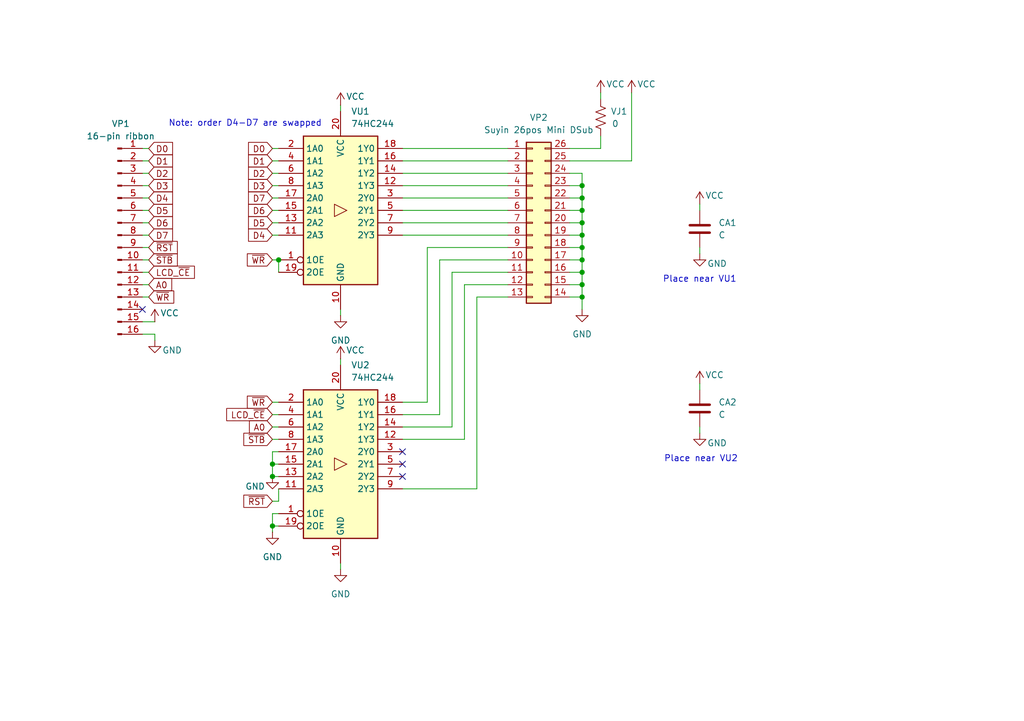
<source format=kicad_sch>
(kicad_sch (version 20250114) (generator "eeschema") (generator_version "9.0")
  (paper "A5")
  (title_block (title "TI-80 ViewScreen Buffer Board") (date "2025-Dec-30") (rev "1"))
  (lib_symbols
    (symbol "74xx:74HC244"
      (property "Reference" "U" (at -7.62 16.51 0))
      (property "Value" "74HC244" (at -7.62 -16.51 0))
      (symbol "74HC244_1_0"
        (polyline (pts (xy 1.27 0) (xy -1.27 1.27) (xy -1.27 -1.27) (xy 1.27 0)) (stroke (width 0.1524)))
        (pin input line (at -12.7 12.7 0) (length 5.08) (name "1A0") (number "2"))
        (pin input line (at -12.7 10.16 0) (length 5.08) (name "1A1") (number "4"))
        (pin input line (at -12.7 7.62 0) (length 5.08) (name "1A2") (number "6"))
        (pin input line (at -12.7 5.08 0) (length 5.08) (name "1A3") (number "8"))
        (pin input line (at -12.7 2.54 0) (length 5.08) (name "2A0") (number "17"))
        (pin input line (at -12.7 0 0) (length 5.08) (name "2A1") (number "15"))
        (pin input line (at -12.7 -2.54 0) (length 5.08) (name "2A2") (number "13"))
        (pin input line (at -12.7 -5.08 0) (length 5.08) (name "2A3") (number "11"))
        (pin input inverted (at -12.7 -10.16 0) (length 5.08) (name "1OE") (number "1"))
        (pin input inverted (at -12.7 -12.7 0) (length 5.08) (name "2OE") (number "19"))
        (pin power_in line (at 0 20.32 270) (length 5.08) (name "VCC") (number "20"))
        (pin power_in line (at 0 -20.32 90) (length 5.08) (name "GND") (number "10"))
        (pin tri_state line (at 12.7 12.7 180) (length 5.08) (name "1Y0") (number "18"))
        (pin tri_state line (at 12.7 10.16 180) (length 5.08) (name "1Y1") (number "16"))
        (pin tri_state line (at 12.7 7.62 180) (length 5.08) (name "1Y2") (number "14"))
        (pin tri_state line (at 12.7 5.08 180) (length 5.08) (name "1Y3") (number "12"))
        (pin tri_state line (at 12.7 2.54 180) (length 5.08) (name "2Y0") (number "3"))
        (pin tri_state line (at 12.7 0 180) (length 5.08) (name "2Y1") (number "5"))
        (pin tri_state line (at 12.7 -2.54 180) (length 5.08) (name "2Y2") (number "7"))
        (pin tri_state line (at 12.7 -5.08 180) (length 5.08) (name "2Y3") (number "9"))
      )
      (symbol "74HC244_1_1"
        (rectangle (start -7.62 15.24) (end 7.62 -15.24) (stroke (width 0.254)) (fill (type background)))
      )
    )
    (symbol "Connector:Conn_01x16_Pin" (pin_names (offset 1.016) (hide yes))
      (property "Reference" "J" (at 0 20.32 0))
      (property "Value" "Conn_01x16_Pin" (at 0 -22.86 0))
      (symbol "Conn_01x16_Pin_1_1"
        (rectangle (start 0.8636 17.907) (end 0 17.653) (stroke (width 0.1524)) (fill (type outline)))
        (rectangle (start 0.8636 15.367) (end 0 15.113) (stroke (width 0.1524)) (fill (type outline)))
        (rectangle (start 0.8636 12.827) (end 0 12.573) (stroke (width 0.1524)) (fill (type outline)))
        (rectangle (start 0.8636 10.287) (end 0 10.033) (stroke (width 0.1524)) (fill (type outline)))
        (rectangle (start 0.8636 7.747) (end 0 7.493) (stroke (width 0.1524)) (fill (type outline)))
        (rectangle (start 0.8636 5.207) (end 0 4.953) (stroke (width 0.1524)) (fill (type outline)))
        (rectangle (start 0.8636 2.667) (end 0 2.413) (stroke (width 0.1524)) (fill (type outline)))
        (rectangle (start 0.8636 0.127) (end 0 -0.127) (stroke (width 0.1524)) (fill (type outline)))
        (rectangle (start 0.8636 -2.413) (end 0 -2.667) (stroke (width 0.1524)) (fill (type outline)))
        (rectangle (start 0.8636 -4.953) (end 0 -5.207) (stroke (width 0.1524)) (fill (type outline)))
        (rectangle (start 0.8636 -7.493) (end 0 -7.747) (stroke (width 0.1524)) (fill (type outline)))
        (rectangle (start 0.8636 -10.033) (end 0 -10.287) (stroke (width 0.1524)) (fill (type outline)))
        (rectangle (start 0.8636 -12.573) (end 0 -12.827) (stroke (width 0.1524)) (fill (type outline)))
        (rectangle (start 0.8636 -15.113) (end 0 -15.367) (stroke (width 0.1524)) (fill (type outline)))
        (rectangle (start 0.8636 -17.653) (end 0 -17.907) (stroke (width 0.1524)) (fill (type outline)))
        (rectangle (start 0.8636 -20.193) (end 0 -20.447) (stroke (width 0.1524)) (fill (type outline)))
        (polyline (pts (xy 1.27 17.78) (xy 0.8636 17.78)) (stroke (width 0.1524)))
        (polyline (pts (xy 1.27 15.24) (xy 0.8636 15.24)) (stroke (width 0.1524)))
        (polyline (pts (xy 1.27 12.7) (xy 0.8636 12.7)) (stroke (width 0.1524)))
        (polyline (pts (xy 1.27 10.16) (xy 0.8636 10.16)) (stroke (width 0.1524)))
        (polyline (pts (xy 1.27 7.62) (xy 0.8636 7.62)) (stroke (width 0.1524)))
        (polyline (pts (xy 1.27 5.08) (xy 0.8636 5.08)) (stroke (width 0.1524)))
        (polyline (pts (xy 1.27 2.54) (xy 0.8636 2.54)) (stroke (width 0.1524)))
        (polyline (pts (xy 1.27 0) (xy 0.8636 0)) (stroke (width 0.1524)))
        (polyline (pts (xy 1.27 -2.54) (xy 0.8636 -2.54)) (stroke (width 0.1524)))
        (polyline (pts (xy 1.27 -5.08) (xy 0.8636 -5.08)) (stroke (width 0.1524)))
        (polyline (pts (xy 1.27 -7.62) (xy 0.8636 -7.62)) (stroke (width 0.1524)))
        (polyline (pts (xy 1.27 -10.16) (xy 0.8636 -10.16)) (stroke (width 0.1524)))
        (polyline (pts (xy 1.27 -12.7) (xy 0.8636 -12.7)) (stroke (width 0.1524)))
        (polyline (pts (xy 1.27 -15.24) (xy 0.8636 -15.24)) (stroke (width 0.1524)))
        (polyline (pts (xy 1.27 -17.78) (xy 0.8636 -17.78)) (stroke (width 0.1524)))
        (polyline (pts (xy 1.27 -20.32) (xy 0.8636 -20.32)) (stroke (width 0.1524)))
        (pin passive line (at 5.08 17.78 180) (length 3.81) (name "Pin_1") (number "1"))
        (pin passive line (at 5.08 15.24 180) (length 3.81) (name "Pin_2") (number "2"))
        (pin passive line (at 5.08 12.7 180) (length 3.81) (name "Pin_3") (number "3"))
        (pin passive line (at 5.08 10.16 180) (length 3.81) (name "Pin_4") (number "4"))
        (pin passive line (at 5.08 7.62 180) (length 3.81) (name "Pin_5") (number "5"))
        (pin passive line (at 5.08 5.08 180) (length 3.81) (name "Pin_6") (number "6"))
        (pin passive line (at 5.08 2.54 180) (length 3.81) (name "Pin_7") (number "7"))
        (pin passive line (at 5.08 0 180) (length 3.81) (name "Pin_8") (number "8"))
        (pin passive line (at 5.08 -2.54 180) (length 3.81) (name "Pin_9") (number "9"))
        (pin passive line (at 5.08 -5.08 180) (length 3.81) (name "Pin_10") (number "10"))
        (pin passive line (at 5.08 -7.62 180) (length 3.81) (name "Pin_11") (number "11"))
        (pin passive line (at 5.08 -10.16 180) (length 3.81) (name "Pin_12") (number "12"))
        (pin passive line (at 5.08 -12.7 180) (length 3.81) (name "Pin_13") (number "13"))
        (pin passive line (at 5.08 -15.24 180) (length 3.81) (name "Pin_14") (number "14"))
        (pin passive line (at 5.08 -17.78 180) (length 3.81) (name "Pin_15") (number "15"))
        (pin passive line (at 5.08 -20.32 180) (length 3.81) (name "Pin_16") (number "16"))
      )
    )
    (symbol "Connector_Generic:Conn_02x13_Counter_Clockwise" (pin_names (offset 1.016) (hide yes))
      (property "Reference" "J" (at 1.27 17.78 0))
      (property "Value" "Conn_02x13_Counter_Clockwise" (at 1.27 -17.78 0))
      (symbol "Conn_02x13_Counter_Clockwise_1_1"
        (rectangle (start -1.27 16.51) (end 3.81 -16.51) (stroke (width 0.254)) (fill (type background)))
        (rectangle (start -1.27 15.367) (end 0 15.113) (stroke (width 0.1524)))
        (rectangle (start -1.27 12.827) (end 0 12.573) (stroke (width 0.1524)))
        (rectangle (start -1.27 10.287) (end 0 10.033) (stroke (width 0.1524)))
        (rectangle (start -1.27 7.747) (end 0 7.493) (stroke (width 0.1524)))
        (rectangle (start -1.27 5.207) (end 0 4.953) (stroke (width 0.1524)))
        (rectangle (start -1.27 2.667) (end 0 2.413) (stroke (width 0.1524)))
        (rectangle (start -1.27 0.127) (end 0 -0.127) (stroke (width 0.1524)))
        (rectangle (start -1.27 -2.413) (end 0 -2.667) (stroke (width 0.1524)))
        (rectangle (start -1.27 -4.953) (end 0 -5.207) (stroke (width 0.1524)))
        (rectangle (start -1.27 -7.493) (end 0 -7.747) (stroke (width 0.1524)))
        (rectangle (start -1.27 -10.033) (end 0 -10.287) (stroke (width 0.1524)))
        (rectangle (start -1.27 -12.573) (end 0 -12.827) (stroke (width 0.1524)))
        (rectangle (start -1.27 -15.113) (end 0 -15.367) (stroke (width 0.1524)))
        (rectangle (start 3.81 15.367) (end 2.54 15.113) (stroke (width 0.1524)))
        (rectangle (start 3.81 12.827) (end 2.54 12.573) (stroke (width 0.1524)))
        (rectangle (start 3.81 10.287) (end 2.54 10.033) (stroke (width 0.1524)))
        (rectangle (start 3.81 7.747) (end 2.54 7.493) (stroke (width 0.1524)))
        (rectangle (start 3.81 5.207) (end 2.54 4.953) (stroke (width 0.1524)))
        (rectangle (start 3.81 2.667) (end 2.54 2.413) (stroke (width 0.1524)))
        (rectangle (start 3.81 0.127) (end 2.54 -0.127) (stroke (width 0.1524)))
        (rectangle (start 3.81 -2.413) (end 2.54 -2.667) (stroke (width 0.1524)))
        (rectangle (start 3.81 -4.953) (end 2.54 -5.207) (stroke (width 0.1524)))
        (rectangle (start 3.81 -7.493) (end 2.54 -7.747) (stroke (width 0.1524)))
        (rectangle (start 3.81 -10.033) (end 2.54 -10.287) (stroke (width 0.1524)))
        (rectangle (start 3.81 -12.573) (end 2.54 -12.827) (stroke (width 0.1524)))
        (rectangle (start 3.81 -15.113) (end 2.54 -15.367) (stroke (width 0.1524)))
        (pin passive line (at -5.08 15.24 0) (length 3.81) (name "Pin_1") (number "1"))
        (pin passive line (at -5.08 12.7 0) (length 3.81) (name "Pin_2") (number "2"))
        (pin passive line (at -5.08 10.16 0) (length 3.81) (name "Pin_3") (number "3"))
        (pin passive line (at -5.08 7.62 0) (length 3.81) (name "Pin_4") (number "4"))
        (pin passive line (at -5.08 5.08 0) (length 3.81) (name "Pin_5") (number "5"))
        (pin passive line (at -5.08 2.54 0) (length 3.81) (name "Pin_6") (number "6"))
        (pin passive line (at -5.08 0 0) (length 3.81) (name "Pin_7") (number "7"))
        (pin passive line (at -5.08 -2.54 0) (length 3.81) (name "Pin_8") (number "8"))
        (pin passive line (at -5.08 -5.08 0) (length 3.81) (name "Pin_9") (number "9"))
        (pin passive line (at -5.08 -7.62 0) (length 3.81) (name "Pin_10") (number "10"))
        (pin passive line (at -5.08 -10.16 0) (length 3.81) (name "Pin_11") (number "11"))
        (pin passive line (at -5.08 -12.7 0) (length 3.81) (name "Pin_12") (number "12"))
        (pin passive line (at -5.08 -15.24 0) (length 3.81) (name "Pin_13") (number "13"))
        (pin passive line (at 7.62 15.24 180) (length 3.81) (name "Pin_26") (number "26"))
        (pin passive line (at 7.62 12.7 180) (length 3.81) (name "Pin_25") (number "25"))
        (pin passive line (at 7.62 10.16 180) (length 3.81) (name "Pin_24") (number "24"))
        (pin passive line (at 7.62 7.62 180) (length 3.81) (name "Pin_23") (number "23"))
        (pin passive line (at 7.62 5.08 180) (length 3.81) (name "Pin_22") (number "22"))
        (pin passive line (at 7.62 2.54 180) (length 3.81) (name "Pin_21") (number "21"))
        (pin passive line (at 7.62 0 180) (length 3.81) (name "Pin_20") (number "20"))
        (pin passive line (at 7.62 -2.54 180) (length 3.81) (name "Pin_19") (number "19"))
        (pin passive line (at 7.62 -5.08 180) (length 3.81) (name "Pin_18") (number "18"))
        (pin passive line (at 7.62 -7.62 180) (length 3.81) (name "Pin_17") (number "17"))
        (pin passive line (at 7.62 -10.16 180) (length 3.81) (name "Pin_16") (number "16"))
        (pin passive line (at 7.62 -12.7 180) (length 3.81) (name "Pin_15") (number "15"))
        (pin passive line (at 7.62 -15.24 180) (length 3.81) (name "Pin_14") (number "14"))
      )
    )
    (symbol "Device:C" (pin_numbers (hide yes)) (pin_names (offset 0.254))
      (property "Reference" "C" (at 0.635 2.54 0))
      (property "Value" "C" (at 0.635 -2.54 0))
      (symbol "C_0_1"
        (polyline (pts (xy -2.032 0.762) (xy 2.032 0.762)) (stroke (width 0.508)))
        (polyline (pts (xy -2.032 -0.762) (xy 2.032 -0.762)) (stroke (width 0.508)))
      )
      (symbol "C_1_1"
        (pin passive line (at 0 3.81 270) (length 2.794) (name "~") (number "1"))
        (pin passive line (at 0 -3.81 90) (length 2.794) (name "~") (number "2"))
      )
    )
    (symbol "Device:R_US" (pin_numbers (hide yes)) (pin_names (offset 0))
      (property "Reference" "R" (at 2.54 0 90))
      (property "Value" "R_US" (at -2.54 0 90))
      (symbol "R_US_0_1"
        (polyline (pts (xy 0 2.286) (xy 0 2.54)))
        (polyline (pts (xy 0 2.286) (xy 1.016 1.905) (xy 0 1.524) (xy -1.016 1.143) (xy 0 0.762)))
        (polyline (pts (xy 0 0.762) (xy 1.016 0.381) (xy 0 0) (xy -1.016 -0.381) (xy 0 -0.762)))
        (polyline (pts (xy 0 -0.762) (xy 1.016 -1.143) (xy 0 -1.524) (xy -1.016 -1.905) (xy 0 -2.286)))
        (polyline (pts (xy 0 -2.286) (xy 0 -2.54)))
      )
      (symbol "R_US_1_1"
        (pin passive line (at 0 3.81 270) (length 1.27) (name "~") (number "1"))
        (pin passive line (at 0 -3.81 90) (length 1.27) (name "~") (number "2"))
      )
    )
    (symbol "power:GND" (power) (pin_numbers (hide yes)) (pin_names (offset 0) (hide yes))
      (property "Value" "GND" (at 0 -3.81 0))
      (symbol "GND_0_1"
        (polyline (pts (xy 0 0) (xy 0 -1.27) (xy 1.27 -1.27) (xy 0 -2.54) (xy -1.27 -1.27) (xy 0 -1.27)))
      )
      (symbol "GND_1_1"
        (pin power_in line (at 0 0 270) (length 0) (name "~") (number "1"))
      )
    )
    (symbol "power:VCC" (power) (pin_numbers (hide yes)) (pin_names (offset 0) (hide yes))
      (property "Value" "VCC" (at 0 3.556 0))
      (symbol "VCC_0_1"
        (polyline (pts (xy -0.762 1.27) (xy 0 2.54)))
        (polyline (pts (xy 0 2.54) (xy 0.762 1.27)))
        (polyline (pts (xy 0 0) (xy 0 2.54)))
      )
      (symbol "VCC_1_1"
        (pin power_in line (at 0 0 90) (length 0) (name "~") (number "1"))
      )
    )
  )
  (text "Place near VU2" (at 143.764 94.234 0) (effects (font (size 1.27 1.27))))
  (text "Note: order D4-D7 are swapped" (at 50.292 25.4 0) (effects (font (size 1.27 1.27))))
  (text "Place near VU1" (at 143.51 57.404 0) (effects (font (size 1.27 1.27))))
  (junction (at 119.38 58.42))
  (junction (at 119.38 40.64))
  (junction (at 119.38 53.34))
  (junction (at 119.38 45.72))
  (junction (at 119.38 43.18))
  (junction (at 119.38 38.1))
  (junction (at 55.88 107.95))
  (junction (at 55.88 97.79))
  (junction (at 55.88 95.25))
  (junction (at 119.38 48.26))
  (junction (at 57.15 53.34))
  (junction (at 119.38 50.8))
  (junction (at 119.38 55.88))
  (junction (at 119.38 60.96))
  (no_connect (at 82.55 97.79))
  (no_connect (at 82.55 95.25))
  (no_connect (at 82.55 92.71))
  (no_connect (at 29.21 63.5))
  (wire (pts (xy 55.88 45.72) (xy 57.15 45.72)))
  (wire (pts (xy 123.19 30.48) (xy 123.19 27.94)))
  (wire (pts (xy 129.54 19.05) (xy 129.54 33.02)))
  (wire (pts (xy 119.38 48.26) (xy 119.38 50.8)))
  (wire (pts (xy 119.38 58.42) (xy 119.38 60.96)))
  (wire (pts (xy 69.85 73.66) (xy 69.85 74.93)))
  (wire (pts (xy 55.88 95.25) (xy 57.15 95.25)))
  (wire (pts (xy 116.84 45.72) (xy 119.38 45.72)))
  (wire (pts (xy 82.55 35.56) (xy 104.14 35.56)))
  (wire (pts (xy 119.38 38.1) (xy 119.38 40.64)))
  (wire (pts (xy 82.55 87.63) (xy 92.71 87.63)))
  (wire (pts (xy 116.84 50.8) (xy 119.38 50.8)))
  (wire (pts (xy 55.88 48.26) (xy 57.15 48.26)))
  (wire (pts (xy 82.55 43.18) (xy 104.14 43.18)))
  (wire (pts (xy 90.17 53.34) (xy 104.14 53.34)))
  (wire (pts (xy 57.15 105.41) (xy 55.88 105.41)))
  (wire (pts (xy 143.51 50.8) (xy 143.51 52.07)))
  (wire (pts (xy 90.17 85.09) (xy 90.17 53.34)))
  (wire (pts (xy 119.38 35.56) (xy 119.38 38.1)))
  (wire (pts (xy 82.55 82.55) (xy 87.63 82.55)))
  (wire (pts (xy 55.88 87.63) (xy 57.15 87.63)))
  (wire (pts (xy 119.38 45.72) (xy 119.38 48.26)))
  (wire (pts (xy 29.21 66.04) (xy 31.75 66.04)))
  (wire (pts (xy 95.25 90.17) (xy 95.25 58.42)))
  (wire (pts (xy 55.88 107.95) (xy 57.15 107.95)))
  (wire (pts (xy 55.88 92.71) (xy 55.88 95.25)))
  (wire (pts (xy 97.79 60.96) (xy 97.79 100.33)))
  (wire (pts (xy 119.38 53.34) (xy 119.38 55.88)))
  (wire (pts (xy 29.21 35.56) (xy 30.48 35.56)))
  (wire (pts (xy 82.55 40.64) (xy 104.14 40.64)))
  (wire (pts (xy 87.63 50.8) (xy 104.14 50.8)))
  (wire (pts (xy 119.38 60.96) (xy 119.38 63.5)))
  (wire (pts (xy 82.55 100.33) (xy 97.79 100.33)))
  (wire (pts (xy 97.79 60.96) (xy 104.14 60.96)))
  (wire (pts (xy 29.21 43.18) (xy 30.48 43.18)))
  (wire (pts (xy 29.21 53.34) (xy 30.48 53.34)))
  (wire (pts (xy 29.21 58.42) (xy 30.48 58.42)))
  (wire (pts (xy 95.25 58.42) (xy 104.14 58.42)))
  (wire (pts (xy 82.55 30.48) (xy 104.14 30.48)))
  (wire (pts (xy 119.38 40.64) (xy 119.38 43.18)))
  (wire (pts (xy 116.84 30.48) (xy 123.19 30.48)))
  (wire (pts (xy 116.84 53.34) (xy 119.38 53.34)))
  (wire (pts (xy 69.85 115.57) (xy 69.85 116.84)))
  (wire (pts (xy 119.38 50.8) (xy 119.38 53.34)))
  (wire (pts (xy 116.84 33.02) (xy 129.54 33.02)))
  (wire (pts (xy 57.15 92.71) (xy 55.88 92.71)))
  (wire (pts (xy 55.88 105.41) (xy 55.88 107.95)))
  (wire (pts (xy 143.51 78.74) (xy 143.51 80.01)))
  (wire (pts (xy 55.88 30.48) (xy 57.15 30.48)))
  (wire (pts (xy 55.88 40.64) (xy 57.15 40.64)))
  (wire (pts (xy 55.88 33.02) (xy 57.15 33.02)))
  (wire (pts (xy 29.21 38.1) (xy 30.48 38.1)))
  (wire (pts (xy 116.84 58.42) (xy 119.38 58.42)))
  (wire (pts (xy 123.19 19.05) (xy 123.19 20.32)))
  (wire (pts (xy 116.84 38.1) (xy 119.38 38.1)))
  (wire (pts (xy 55.88 102.87) (xy 57.15 102.87)))
  (wire (pts (xy 29.21 33.02) (xy 30.48 33.02)))
  (wire (pts (xy 57.15 102.87) (xy 57.15 100.33)))
  (wire (pts (xy 55.88 35.56) (xy 57.15 35.56)))
  (wire (pts (xy 116.84 48.26) (xy 119.38 48.26)))
  (wire (pts (xy 29.21 40.64) (xy 30.48 40.64)))
  (wire (pts (xy 143.51 87.63) (xy 143.51 88.9)))
  (wire (pts (xy 116.84 40.64) (xy 119.38 40.64)))
  (wire (pts (xy 143.51 41.91) (xy 143.51 43.18)))
  (wire (pts (xy 82.55 45.72) (xy 104.14 45.72)))
  (wire (pts (xy 55.88 85.09) (xy 57.15 85.09)))
  (wire (pts (xy 57.15 55.88) (xy 57.15 53.34)))
  (wire (pts (xy 29.21 48.26) (xy 30.48 48.26)))
  (wire (pts (xy 119.38 55.88) (xy 119.38 58.42)))
  (wire (pts (xy 29.21 68.58) (xy 31.75 68.58)))
  (wire (pts (xy 69.85 21.59) (xy 69.85 22.86)))
  (wire (pts (xy 116.84 60.96) (xy 119.38 60.96)))
  (wire (pts (xy 92.71 87.63) (xy 92.71 55.88)))
  (wire (pts (xy 116.84 35.56) (xy 119.38 35.56)))
  (wire (pts (xy 55.88 97.79) (xy 57.15 97.79)))
  (wire (pts (xy 29.21 55.88) (xy 30.48 55.88)))
  (wire (pts (xy 55.88 53.34) (xy 57.15 53.34)))
  (wire (pts (xy 116.84 43.18) (xy 119.38 43.18)))
  (wire (pts (xy 55.88 82.55) (xy 57.15 82.55)))
  (wire (pts (xy 82.55 85.09) (xy 90.17 85.09)))
  (wire (pts (xy 29.21 45.72) (xy 30.48 45.72)))
  (wire (pts (xy 82.55 48.26) (xy 104.14 48.26)))
  (wire (pts (xy 87.63 82.55) (xy 87.63 50.8)))
  (wire (pts (xy 116.84 55.88) (xy 119.38 55.88)))
  (wire (pts (xy 55.88 90.17) (xy 57.15 90.17)))
  (wire (pts (xy 82.55 33.02) (xy 104.14 33.02)))
  (wire (pts (xy 29.21 50.8) (xy 30.48 50.8)))
  (wire (pts (xy 29.21 30.48) (xy 30.48 30.48)))
  (wire (pts (xy 55.88 43.18) (xy 57.15 43.18)))
  (wire (pts (xy 82.55 38.1) (xy 104.14 38.1)))
  (wire (pts (xy 31.75 68.58) (xy 31.75 69.85)))
  (wire (pts (xy 29.21 60.96) (xy 30.48 60.96)))
  (wire (pts (xy 119.38 43.18) (xy 119.38 45.72)))
  (wire (pts (xy 55.88 95.25) (xy 55.88 97.79)))
  (wire (pts (xy 92.71 55.88) (xy 104.14 55.88)))
  (wire (pts (xy 55.88 38.1) (xy 57.15 38.1)))
  (wire (pts (xy 55.88 107.95) (xy 55.88 109.22)))
  (wire (pts (xy 69.85 63.5) (xy 69.85 64.77)))
  (wire (pts (xy 82.55 90.17) (xy 95.25 90.17)))
  (global_label "D6" (shape input) (at 30.48 45.72 0) (property "Intersheetrefs" "${INTERSHEET_REFS}" (effects (hide yes))))
  (global_label "D7" (shape input) (at 30.48 48.26 0) (property "Intersheetrefs" "${INTERSHEET_REFS}" (effects (hide yes))))
  (global_label "D3" (shape input) (at 55.88 38.1 180) (property "Intersheetrefs" "${INTERSHEET_REFS}" (effects (hide yes))))
  (global_label "LCD_~{CE}" (shape input) (at 55.88 85.09 180) (property "Intersheetrefs" "${INTERSHEET_REFS}" (effects (hide yes))))
  (global_label "D5" (shape input) (at 55.88 45.72 180) (property "Intersheetrefs" "${INTERSHEET_REFS}" (effects (hide yes))))
  (global_label "D3" (shape input) (at 30.48 38.1 0) (property "Intersheetrefs" "${INTERSHEET_REFS}" (effects (hide yes))))
  (global_label "D1" (shape input) (at 55.88 33.02 180) (property "Intersheetrefs" "${INTERSHEET_REFS}" (effects (hide yes))))
  (global_label "~{RST}" (shape input) (at 30.48 50.8 0) (property "Intersheetrefs" "${INTERSHEET_REFS}" (effects (hide yes))))
  (global_label "D5" (shape input) (at 30.48 43.18 0) (property "Intersheetrefs" "${INTERSHEET_REFS}" (effects (hide yes))))
  (global_label "D2" (shape input) (at 30.48 35.56 0) (property "Intersheetrefs" "${INTERSHEET_REFS}" (effects (hide yes))))
  (global_label "D2" (shape input) (at 55.88 35.56 180) (property "Intersheetrefs" "${INTERSHEET_REFS}" (effects (hide yes))))
  (global_label "D4" (shape input) (at 30.48 40.64 0) (property "Intersheetrefs" "${INTERSHEET_REFS}" (effects (hide yes))))
  (global_label "D7" (shape input) (at 55.88 40.64 180) (property "Intersheetrefs" "${INTERSHEET_REFS}" (effects (hide yes))))
  (global_label "~{WR}" (shape input) (at 30.48 60.96 0) (property "Intersheetrefs" "${INTERSHEET_REFS}" (effects (hide yes))))
  (global_label "D1" (shape input) (at 30.48 33.02 0) (property "Intersheetrefs" "${INTERSHEET_REFS}" (effects (hide yes))))
  (global_label "D0" (shape input) (at 55.88 30.48 180) (property "Intersheetrefs" "${INTERSHEET_REFS}" (effects (hide yes))))
  (global_label "~{WR}" (shape input) (at 55.88 53.34 180) (property "Intersheetrefs" "${INTERSHEET_REFS}" (effects (hide yes))))
  (global_label "A0" (shape input) (at 30.48 58.42 0) (property "Intersheetrefs" "${INTERSHEET_REFS}" (effects (hide yes))))
  (global_label "D0" (shape input) (at 30.48 30.48 0) (property "Intersheetrefs" "${INTERSHEET_REFS}" (effects (hide yes))))
  (global_label "D6" (shape input) (at 55.88 43.18 180) (property "Intersheetrefs" "${INTERSHEET_REFS}" (effects (hide yes))))
  (global_label "~{RST}" (shape input) (at 55.88 102.87 180) (property "Intersheetrefs" "${INTERSHEET_REFS}" (effects (hide yes))))
  (global_label "LCD_~{CE}" (shape input) (at 30.48 55.88 0) (property "Intersheetrefs" "${INTERSHEET_REFS}" (effects (hide yes))))
  (global_label "~{STB}" (shape input) (at 30.48 53.34 0) (property "Intersheetrefs" "${INTERSHEET_REFS}" (effects (hide yes))))
  (global_label "~{WR}" (shape input) (at 55.88 82.55 180) (property "Intersheetrefs" "${INTERSHEET_REFS}" (effects (hide yes))))
  (global_label "D4" (shape input) (at 55.88 48.26 180) (property "Intersheetrefs" "${INTERSHEET_REFS}" (effects (hide yes))))
  (global_label "A0" (shape input) (at 55.88 87.63 180) (property "Intersheetrefs" "${INTERSHEET_REFS}" (effects (hide yes))))
  (global_label "~{STB}" (shape input) (at 55.88 90.17 180) (property "Intersheetrefs" "${INTERSHEET_REFS}" (effects (hide yes))))
  (symbol (lib_id "power:VCC") (at 69.85 21.59 0) (unit 1)
    (property "Reference" "#PWR05" (effects (hide yes)))
    (property "Value" "VCC" (at 72.898 19.812 0))
    (property "Description" "Power symbol creates a global label with name \"VCC\"" (effects (hide yes)))
  )
  (symbol (lib_id "power:VCC") (at 143.51 41.91 0) (unit 1)
    (property "Reference" "#PWR011" (effects (hide yes)))
    (property "Value" "VCC" (at 146.558 40.132 0))
    (property "Description" "Power symbol creates a global label with name \"VCC\"" (effects (hide yes)))
  )
  (symbol (lib_id "power:VCC") (at 129.54 19.05 0) (unit 1)
    (property "Reference" "#PWR07" (effects (hide yes)))
    (property "Value" "VCC" (at 132.588 17.272 0))
    (property "Description" "Power symbol creates a global label with name \"VCC\"" (effects (hide yes)))
  )
  (symbol (lib_id "power:GND") (at 143.51 52.07 0) (unit 1)
    (property "Reference" "#PWR09" (effects (hide yes)))
    (property "Value" "GND" (at 147.066 54.102 0))
    (property "Description" "Power symbol creates a global label with name \"GND\" , ground" (effects (hide yes)))
  )
  (symbol (lib_id "power:GND") (at 69.85 116.84 0) (unit 1)
    (property "Reference" "#PWR01" (effects (hide yes)))
    (property "Value" "GND" (at 69.85 121.92 0))
    (property "Description" "Power symbol creates a global label with name \"GND\" , ground" (effects (hide yes)))
  )
  (symbol (lib_id "power:GND") (at 119.38 63.5 0) (unit 1)
    (property "Reference" "#PWR014" (effects (hide yes)))
    (property "Value" "GND" (at 119.38 68.58 0))
    (property "Description" "Power symbol creates a global label with name \"GND\" , ground" (effects (hide yes)))
  )
  (symbol (lib_id "power:VCC") (at 123.19 19.05 0) (unit 1)
    (property "Reference" "#PWR013" (effects (hide yes)))
    (property "Value" "VCC" (at 126.238 17.272 0))
    (property "Description" "Power symbol creates a global label with name \"VCC\"" (effects (hide yes)))
  )
  (symbol (lib_id "power:VCC") (at 69.85 73.66 0) (unit 1)
    (property "Reference" "#PWR06" (effects (hide yes)))
    (property "Value" "VCC" (at 72.898 71.882 0))
    (property "Description" "Power symbol creates a global label with name \"VCC\"" (effects (hide yes)))
  )
  (symbol (lib_id "power:VCC") (at 31.75 66.04 0) (unit 1)
    (property "Reference" "#PWR04" (effects (hide yes)))
    (property "Value" "VCC" (at 34.798 64.262 0))
    (property "Description" "Power symbol creates a global label with name \"VCC\"" (effects (hide yes)))
  )
  (symbol (lib_id "power:GND") (at 55.88 109.22 0) (unit 1)
    (property "Reference" "#PWR08" (effects (hide yes)))
    (property "Value" "GND" (at 55.88 114.3 0))
    (property "Description" "Power symbol creates a global label with name \"GND\" , ground" (effects (hide yes)))
  )
  (symbol (lib_id "Connector:Conn_01x16_Pin") (at 24.13 48.26 0) (unit 1)
    (property "Reference" "VP1" (at 24.765 25.4 0))
    (property "Value" "16-pin ribbon" (at 24.765 27.94 0))
    (property "Description" "Generic connector, single row, 01x16, script generated" (effects (hide yes)))
  )
  (symbol (lib_id "power:GND") (at 55.88 97.79 0) (unit 1)
    (property "Reference" "#PWR015" (effects (hide yes)))
    (property "Value" "GND" (at 52.324 99.822 0))
    (property "Description" "Power symbol creates a global label with name \"GND\" , ground" (effects (hide yes)))
  )
  (symbol (lib_id "Device:R_US") (at 123.19 24.13 0) (unit 1)
    (property "Reference" "VJ1" (at 125.222 22.86 0) (effects (justify left)))
    (property "Value" "0" (at 125.476 25.4 0) (effects (justify left)))
    (property "Description" "Resistor, US symbol" (effects (hide yes)))
  )
  (symbol (lib_id "power:GND") (at 143.51 88.9 0) (unit 1)
    (property "Reference" "#PWR010" (effects (hide yes)))
    (property "Value" "GND" (at 147.066 90.932 0))
    (property "Description" "Power symbol creates a global label with name \"GND\" , ground" (effects (hide yes)))
  )
  (symbol (lib_id "74xx:74HC244") (at 69.85 43.18 0) (unit 1)
    (property "Reference" "VU1" (at 71.9933 22.86 0) (effects (justify left)))
    (property "Value" "74HC244" (at 71.9933 25.4 0) (effects (justify left)))
    (property "Datasheet" "https://assets.nexperia.com/documents/data-sheet/74HC_HCT244.pdf" (effects (hide yes)))
    (property "Description" "8-bit Buffer/Line Driver 3-state" (effects (hide yes)))
  )
  (symbol (lib_id "Device:C") (at 143.51 46.99 0) (unit 1)
    (property "Reference" "CA1" (at 147.32 45.7199 0) (effects (justify left)))
    (property "Value" "C" (at 147.32 48.2599 0) (effects (justify left)))
    (property "Description" "Unpolarized capacitor" (effects (hide yes)))
  )
  (symbol (lib_id "power:GND") (at 69.85 64.77 0) (unit 1)
    (property "Reference" "#PWR02" (effects (hide yes)))
    (property "Value" "GND" (at 69.85 69.85 0))
    (property "Description" "Power symbol creates a global label with name \"GND\" , ground" (effects (hide yes)))
  )
  (symbol (lib_id "74xx:74HC244") (at 69.85 95.25 0) (unit 1)
    (property "Reference" "VU2" (at 71.9933 74.93 0) (effects (justify left)))
    (property "Value" "74HC244" (at 71.9933 77.47 0) (effects (justify left)))
    (property "Datasheet" "https://assets.nexperia.com/documents/data-sheet/74HC_HCT244.pdf" (effects (hide yes)))
    (property "Description" "8-bit Buffer/Line Driver 3-state" (effects (hide yes)))
  )
  (symbol (lib_id "Device:C") (at 143.51 83.82 0) (unit 1)
    (property "Reference" "CA2" (at 147.32 82.5499 0) (effects (justify left)))
    (property "Value" "C" (at 147.32 85.0899 0) (effects (justify left)))
    (property "Description" "Unpolarized capacitor" (effects (hide yes)))
  )
  (symbol (lib_id "Connector_Generic:Conn_02x13_Counter_Clockwise") (at 109.22 45.72 0) (unit 1)
    (property "Reference" "VP2" (at 110.49 24.13 0))
    (property "Value" "Suyin 26pos Mini DSub" (at 110.49 26.67 0))
    (property "Description" "Generic connector, double row, 02x13, counter clockwise pin numbering scheme (similar to DIP package numbering), script generated (kicad-library-utils/schlib/autogen/connector/)" (effects (hide yes)))
  )
  (symbol (lib_id "power:GND") (at 31.75 69.85 0) (unit 1)
    (property "Reference" "#PWR03" (effects (hide yes)))
    (property "Value" "GND" (at 35.306 71.882 0))
    (property "Description" "Power symbol creates a global label with name \"GND\" , ground" (effects (hide yes)))
  )
  (symbol (lib_id "power:VCC") (at 143.51 78.74 0) (unit 1)
    (property "Reference" "#PWR012" (effects (hide yes)))
    (property "Value" "VCC" (at 146.558 76.962 0))
    (property "Description" "Power symbol creates a global label with name \"VCC\"" (effects (hide yes)))
  )
)
</source>
